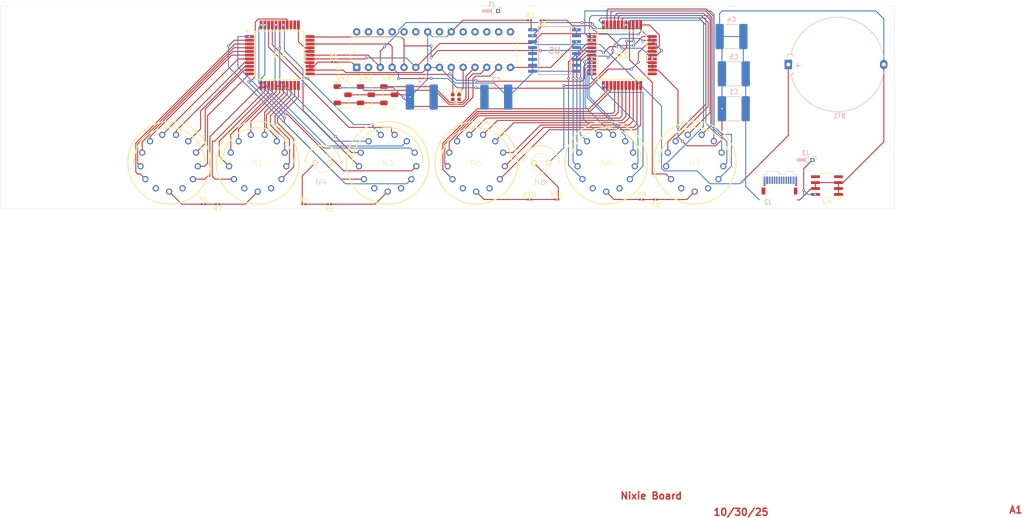
<source format=kicad_pcb>
(kicad_pcb (version 20241229) (generator "pcbnew") (generator_version "9.0")
  (layers (0 "F.Cu" signal) (2 "B.Cu" signal) (13 "F.Paste" user) (15 "B.Paste" user) (5 "F.SilkS" user "F.Silkscreen") (7 "B.SilkS" user "B.Silkscreen") (1 "F.Mask" user) (3 "B.Mask" user) (25 "Edge.Cuts" user))
  (net 0 "")
  (net 1 "Net-(U5-Vbat)")
  (net 2 "+5V")
  (net 3 "Net-(U1-XTAL1{slash}PB6)")
  (net 4 "Net-(U1-XTAL2{slash}PB7)")
  (net 5 "Net-(J1-Pin_1)")
  (net 7 "+12V")
  (net 9 "Net-(J2-VBUS-PadA9)")
  (net 10 "Net-(U2-HV8)")
  (net 11 "Net-(U2-HV9)")
  (net 12 "Net-(U2-HV4)")
  (net 13 "Net-(U2-HV5)")
  (net 15 "Net-(U2-HV1)")
  (net 16 "Net-(U2-HV2)")
  (net 18 "Net-(N1-PadA)")
  (net 19 "Net-(U2-HV6)")
  (net 20 "Net-(U2-HV10)")
  (net 21 "Net-(U2-HV3)")
  (net 22 "Net-(U2-HV7)")
  (net 23 "Net-(U2-HV17)")
  (net 24 "Net-(U2-HV13)")
  (net 25 "Net-(U2-HV15)")
  (net 26 "Net-(U2-HV18)")
  (net 27 "Net-(U2-HV20)")
  (net 29 "Net-(U2-HV16)")
  (net 30 "Net-(U2-HV12)")
  (net 31 "Net-(U2-HV14)")
  (net 32 "Net-(N2-PadA)")
  (net 34 "Net-(U2-HV19)")
  (net 35 "Net-(U2-HV11)")
  (net 37 "Net-(U2-HV28)")
  (net 38 "Net-(U2-HV30)")
  (net 39 "Net-(U2-HV24)")
  (net 40 "Net-(U2-HV22)")
  (net 41 "Net-(N3-PadA)")
  (net 42 "Net-(U2-HV23)")
  (net 43 "Net-(U2-HV26)")
  (net 44 "Net-(U2-HV29)")
  (net 46 "Net-(U2-HV21)")
  (net 47 "Net-(U2-HV25)")
  (net 48 "Net-(U2-HV27)")
  (net 49 "Net-(U2-HV31)")
  (net 50 "Net-(N4-PadA)")
  (net 51 "Net-(U3-HV8)")
  (net 52 "Net-(U3-HV6)")
  (net 54 "Net-(N5-PadA)")
  (net 55 "Net-(U3-HV2)")
  (net 56 "Net-(U3-HV9)")
  (net 57 "Net-(U3-HV5)")
  (net 58 "Net-(U3-HV7)")
  (net 59 "Net-(U3-HV4)")
  (net 61 "Net-(U3-HV3)")
  (net 62 "Net-(U3-HV1)")
  (net 63 "Net-(U3-HV10)")
  (net 65 "Net-(U3-HV13)")
  (net 66 "Net-(U3-HV11)")
  (net 67 "Net-(U3-HV17)")
  (net 68 "Net-(N6-PadA)")
  (net 69 "Net-(U3-HV20)")
  (net 70 "Net-(U3-HV14)")
  (net 71 "Net-(U3-HV19)")
  (net 73 "Net-(U3-HV18)")
  (net 74 "Net-(U3-HV15)")
  (net 75 "Net-(U3-HV16)")
  (net 76 "Net-(U3-HV12)")
  (net 77 "Net-(U3-HV21)")
  (net 78 "Net-(U3-HV26)")
  (net 79 "Net-(U3-HV29)")
  (net 80 "Net-(U3-HV27)")
  (net 81 "Net-(U3-HV22)")
  (net 82 "Net-(U3-HV28)")
  (net 84 "Net-(U3-HV30)")
  (net 85 "Net-(U3-HV24)")
  (net 86 "Net-(N7-PadA)")
  (net 87 "Net-(U3-HV23)")
  (net 88 "Net-(U3-HV25)")
  (net 90 "Net-(N8-PadA)")
  (net 91 "Net-(U3-HV31)")
  (net 92 "Net-(J1-Pin_5)")
  (net 93 "Net-(U1-PC4)")
  (net 94 "Net-(U1-PC5)")
  (net 95 "HT")
  (net 96 "Net-(U1-PD5)")
  (net 97 "Net-(U1-PD6)")
  (net 98 "Net-(U1-PD7)")
  (net 99 "Net-(J1-Pin_4)")
  (net 103 "Net-(U1-PD4)")
  (net 104 "Net-(U1-PB0)")
  (net 107 "Net-(J1-Pin_3)")
  (net 109 "Net-(U1-PD0)")
  (net 110 "Net-(U1-PD2)")
  (net 112 "Net-(U1-PD3)")
  (net 113 "Net-(U1-PD1)")
  (net 114 "Net-(U2-DATAOUT)")
  (footprint "nixies-us:nixies-us-IN-14" (layer "F.Cu") (at 203.10464 118.11)
    (property "Reference" "N7")
    (property "Value" "~")
  )
  (footprint "nixies-us:nixies-us-IN-14" (layer "F.Cu") (at 137.17106 118.11)
    (property "Reference" "N3")
    (property "Value" "~")
  )
  (footprint "Resistor_SMD:R_0201_0603Metric" (layer "F.Cu") (at 194.68 126 180)
    (property "Reference" "R8")
    (property "Value" "27K")
  )
  (footprint "nixies-us:nixies-us-IN-14" (layer "F.Cu") (at 109.26452 118.11)
    (property "Reference" "N1")
    (property "Value" "~")
  )
  (footprint "Resistor_SMD:R_0201_0603Metric" (layer "F.Cu") (at 173.5 126)
    (property "Reference" "R11")
    (property "Value" "100K")
  )
  (footprint "Resistor_SMD:R_0201_0603Metric" (layer "F.Cu") (at 191.68 126)
    (property "Reference" "R9")
    (property "Value" "27K")
  )
  (footprint "nixies-us:nixies-us-IN-14" (layer "F.Cu") (at 90.25008 118.11)
    (property "Reference" "N2")
    (property "Value" "~")
  )
  (footprint "Resistor_SMD:R_0201_0603Metric" (layer "F.Cu") (at 167.655 126)
    (property "Reference" "R10")
    (property "Value" "27K")
  )
  (footprint "russian-nixies:russian-nixies-IN-3" (layer "F.Cu") (at 123.21792 118.11)
    (property "Reference" "N4")
    (property "Value" "IN-3")
  )
  (footprint "Resistor_SMD:R_0201_0603Metric" (layer "F.Cu") (at 124.655 127 180)
    (property "Reference" "R5")
    (property "Value" "27K")
  )
  (footprint "HV5622PG-G:QFP80P1390X1390X235-44N" (layer "F.Cu") (at 114 95)
    (property "Reference" "U2")
    (property "Value" "HV5622" (hide yes))
  )
  (footprint "Package_DIP:DIP-28_W7.62mm" (layer "F.Cu") (at 130.52 97.62 90)
    (property "Reference" "U1")
    (property "Value" "ATmega328P-P")
  )
  (footprint "Resistor_SMD:R_0201_0603Metric" (layer "F.Cu") (at 119.155 127)
    (property "Reference" "R4")
    (property "Value" "100K")
  )
  (footprint "Button_Switch_SMD:Nidec_Copal_CAS-120A" (layer "F.Cu") (at 127.5 103.5)
    (property "Reference" "SW3")
    (property "Value" "SW_Push")
  )
  (footprint "nixies-us:nixies-us-IN-14" (layer "F.Cu") (at 184.08902 118.11)
    (property "Reference" "N6")
    (property "Value" "~")
  )
  (footprint "Resistor_SMD:R_0201_0603Metric" (layer "F.Cu") (at 100.655 127 180)
    (property "Reference" "R7")
    (property "Value" "27K")
  )
  (footprint "Resistor_SMD:R_0201_0603Metric" (layer "F.Cu") (at 125.60508 96.5)
    (property "Reference" "R1")
    (property "Value" "10K")
  )
  (footprint "HV5622PG-G:QFP80P1390X1390X235-44N" (layer "F.Cu") (at 187.5 95)
    (property "Reference" "U3")
    (property "Value" "HV5622" (hide yes))
  )
  (footprint "Resistor_SMD:R_0201_0603Metric" (layer "F.Cu") (at 167.655 87.5)
    (property "Reference" "R3")
    (property "Value" "7K")
  )
  (footprint "Button_Switch_SMD:Nidec_Copal_CAS-120A" (layer "F.Cu") (at 137.5 103.5)
    (property "Reference" "SW1")
    (property "Value" "SW_Push")
  )
  (footprint "nixies-us:nixies-us-IN-14" (layer "F.Cu") (at 156.18478 118.11)
    (property "Reference" "N5")
    (property "Value" "~")
  )
  (footprint "Button_Switch_SMD:Nidec_Copal_CAS-120A" (layer "F.Cu") (at 132.5 103.5)
    (property "Reference" "SW2")
    (property "Value" "SW_Push")
  )
  (footprint "Package_SO:SOIC-8_3.9x4.9mm_P1.27mm" (layer "F.Cu") (at 231.5 123 180)
    (property "Reference" "U4")
    (property "Value" "L78L05_SO8")
  )
  (footprint "Resistor_SMD:R_0201_0603Metric" (layer "F.Cu") (at 97.655 127)
    (property "Reference" "R6")
    (property "Value" "27K")
  )
  (footprint "russian-nixies:russian-nixies-IN-3" (layer "F.Cu") (at 170.1369 118.11)
    (property "Reference" "N8")
    (property "Value" "IN-3")
  )
  (footprint "nixiemisc:nixiemisc-CRYSTAL-SMD-2.0X1.6MM" (layer "F.Cu") (at 151.8269 103.99784 180)
    (property "Reference" "Y1")
    (property "Value" "Crystal")
  )
  (footprint "Resistor_SMD:R_0201_0603Metric" (layer "F.Cu") (at 170.345 87.5 180)
    (property "Reference" "R2")
    (property "Value" "7K")
  )
  (footprint "Capacitor_SMD:C_2220_5750Metric" (layer "B.Cu") (at 144.5 103.99784 180)
    (property "Reference" "C2")
    (property "Value" "22pF")
  )
  (footprint "DS3231SN#:SOIC127P1032X265-16N" (layer "B.Cu") (at 173 94 180)
    (property "Reference" "U5")
    (property "Value" "DS3231N" (hide yes))
  )
  (footprint "Capacitor_SMD:C_2220_5750Metric" (layer "B.Cu") (at 160.5 104 180)
    (property "Reference" "C3")
    (property "Value" "22pF")
  )
  (footprint "Capacitor_SMD:C_2220_5750Metric" (layer "B.Cu") (at 211 91 180)
    (property "Reference" "C4")
    (property "Value" "0.1uF")
  )
  (footprint "Battery:Battery_Panasonic_CR2032-HFN_Horizontal_CircularHoles" (layer "B.Cu") (at 223.205 97.000121)
    (property "Reference" "BT1")
    (property "Value" "Battery")
  )
  (footprint "Capacitor_SMD:C_2220_5750Metric" (layer "B.Cu") (at 211.5 99 180)
    (property "Reference" "C5")
    (property "Value" "0.1uF")
  )
  (footprint "Connector_USB:USB_C_Plug_JAE_DX07P024AJ1" (layer "B.Cu") (at 221.5 123)
    (property "Reference" "J2")
    (property "Value" "USB_C_Receptacle_PowerOnly_6P")
    (fp_line (start -4.3 0.2275) (end -3.9 0.2275) (stroke (width 0.1)) (layer "Edge.Cuts"))
    (fp_line (start -4.3 1.93) (end -4.3 0.2275) (stroke (width 0.1)) (layer "Edge.Cuts"))
    (fp_line (start -3.9 -1.9225) (end -3.9 0.2275) (stroke (width 0.1)) (layer "Edge.Cuts"))
    (fp_line (start -3.53 -2.3725) (end -3.9 -1.9225) (stroke (width 0.1)) (layer "Edge.Cuts"))
    (fp_line (start -3.125 -2.3725) (end -3.53 -2.3725) (stroke (width 0.1)) (layer "Edge.Cuts"))
    (fp_line (start -2.925 -2.8225) (end -2.925 -2.5725) (stroke (width 0.1)) (layer "Edge.Cuts"))
    (fp_line (start -0.5 -3.0225) (end -2.725 -3.0225) (stroke (width 0.1)) (layer "Edge.Cuts"))
    (fp_line (start -0.3 -2.6225) (end -0.3 -2.8225) (stroke (width 0.1)) (layer "Edge.Cuts"))
    (fp_line (start -0.1 -2.4225) (end 0.9 -2.4225) (stroke (width 0.1)) (layer "Edge.Cuts"))
    (fp_line (start 1.1 -2.8225) (end 1.1 -2.6225) (stroke (width 0.1)) (layer "Edge.Cuts"))
    (fp_line (start 1.3 -3.0225) (end 2.725 -3.0225) (stroke (width 0.1)) (layer "Edge.Cuts"))
    (fp_line (start 2.925 -2.8225) (end 2.925 -2.5725) (stroke (width 0.1)) (layer "Edge.Cuts"))
    (fp_line (start 3.125 -2.3725) (end 3.575 -2.3725) (stroke (width 0.1)) (layer "Edge.Cuts"))
    (fp_line (start 3.575 -2.3725) (end 3.9 -1.9225) (stroke (width 0.1)) (layer "Edge.Cuts"))
    (fp_line (start 3.9 -1.9225) (end 3.9 1.9175) (stroke (width 0.1)) (layer "Edge.Cuts"))
    (fp_arc (start -2.925 -2.8225) (mid -2.866421 -2.963921) (end -2.725 -3.0225) (stroke (width 0.1)) (layer "Edge.Cuts"))
    (fp_arc (start -2.925 -2.5725) (mid -2.983579 -2.431079) (end -3.125 -2.3725) (stroke (width 0.1)) (layer "Edge.Cuts"))
    (fp_arc (start -0.5 -3.0225) (mid -0.358579 -2.963921) (end -0.3 -2.8225) (stroke (width 0.1)) (layer "Edge.Cuts"))
    (fp_arc (start -0.1 -2.4225) (mid -0.241421 -2.481079) (end -0.3 -2.6225) (stroke (width 0.1)) (layer "Edge.Cuts"))
    (fp_arc (start 1.1 -2.8225) (mid 1.158579 -2.963921) (end 1.3 -3.0225) (stroke (width 0.1)) (layer "Edge.Cuts"))
    (fp_arc (start 1.1 -2.6225) (mid 1.041421 -2.481079) (end 0.9 -2.4225) (stroke (width 0.1)) (layer "Edge.Cuts"))
    (fp_arc (start 2.725 -3.0225) (mid 2.866421 -2.963921) (end 2.925 -2.8225) (stroke (width 0.1)) (layer "Edge.Cuts"))
    (fp_arc (start 3.125 -2.3725) (mid 2.983579 -2.431079) (end 2.925 -2.5725) (stroke (width 0.1)) (layer "Edge.Cuts"))
  )
  (footprint "Connector_PinHeader_1.00mm:PinHeader_1x01_P1.00mm_Horizontal" (layer "B.Cu") (at 228.375 117.5 180)
    (property "Reference" "J3")
    (property "Value" "Conn_01x03")
  )
  (footprint "Capacitor_SMD:C_2220_5750Metric" (layer "B.Cu") (at 211.5 106.5 180)
    (property "Reference" "C1")
    (property "Value" "0.1uF")
  )
  (footprint "Connector_PinHeader_1.00mm:PinHeader_1x01_P1.00mm_Horizontal" (layer "B.Cu") (at 160.875 85.5 180)
    (property "Reference" "J1")
    (property "Value" "Conn_02x03_Top_Bottom")
  )
  (gr_rect (start 53.95008 84.5) (end 245.95008 128) (stroke (width 0.05)) (fill no) (layer "Edge.Cuts"))
  (gr_text "A1" (at 270.5 193.5 0) (layer "F.Cu") (effects (font (size 1.5 1.5) (thickness 0.3) (bold yes)) (justify left bottom)))
  (gr_text "Nixie Board" (at 187 190.5 0) (layer "F.Cu") (effects (font (size 1.5 1.5) (thickness 0.3) (bold yes)) (justify left bottom)))
  (gr_text "10/30/25\n" (at 207 194 0) (layer "F.Cu") (effects (font (size 1.5 1.5) (thickness 0.3) (bold yes)) (justify left bottom)))
  (segment (start 126.35 105.25) (end 131.35 105.25) (width 0.2) (layer "F.Cu") (net 0))
  (segment (start 131.35 105.25) (end 136.35 105.25) (width 0.2) (layer "F.Cu") (net 0))
  (segment (start 213.45 122) (end 223.205 112.245) (width 0.2) (layer "F.Cu") (net 1))
  (segment (start 223.205 112.245) (end 223.205 97.000121) (width 0.2) (layer "F.Cu") (net 1))
  (via (at 213.45 122) (size 0.6) (drill 0.3) (layers "F.Cu" "B.Cu") (net 1))
  (segment (start 168.914 92.721) (end 182.815074 92.721) (width 0.2) (layer "B.Cu") (net 1))
  (segment (start 182.815074 92.721) (end 195.98628 105.892206) (width 0.2) (layer "B.Cu") (net 1))
  (segment (start 168.288 92.095) (end 168.914 92.721) (width 0.2) (layer "B.Cu") (net 1))
  (segment (start 206.371434 122.59946) (end 212.85054 122.59946) (width 0.2) (layer "B.Cu") (net 1))
  (segment (start 196.556894 119.82832) (end 203.600294 119.82832) (width 0.2) (layer "B.Cu") (net 1))
  (segment (start 195.98628 105.892206) (end 195.98628 119.257706) (width 0.2) (layer "B.Cu") (net 1))
  (segment (start 195.98628 119.257706) (end 196.556894 119.82832) (width 0.2) (layer "B.Cu") (net 1))
  (segment (start 212.85054 122.59946) (end 213.45 122) (width 0.2) (layer "B.Cu") (net 1))
  (segment (start 203.600294 119.82832) (end 206.371434 122.59946) (width 0.2) (layer "B.Cu") (net 1))
  (segment (start 229.025 123.635) (end 228.087442 123.635) (width 0.2) (layer "F.Cu") (net 2))
  (segment (start 120.5 93.4) (end 120.5 94.2) (width 0.2) (layer "F.Cu") (net 2))
  (segment (start 191.5 90) (end 191 90.5) (width 0.2) (layer "F.Cu") (net 2))
  (segment (start 191.5 88.5) (end 191.5 90) (width 0.2) (layer "F.Cu") (net 2))
  (segment (start 207.612766 114.45114) (end 208.95 113.113906) (width 0.2) (layer "F.Cu") (net 2))
  (segment (start 181.5 89.5) (end 180.6715 88.6715) (width 0.2) (layer "F.Cu") (net 2))
  (segment (start 119.249 96.401) (end 119.249 94.301) (width 0.2) (layer "F.Cu") (net 2))
  (segment (start 138.65 103.5) (end 141.45216 103.5) (width 0.2) (layer "F.Cu") (net 2))
  (segment (start 243.705 97.000121) (end 243.705 113.609999) (width 0.2) (layer "F.Cu") (net 2))
  (segment (start 195.15 93.4) (end 194 93.4) (width 0.2) (layer "F.Cu") (net 2))
  (segment (start 133.65 103.5) (end 128.65 103.5) (width 0.2) (layer "F.Cu") (net 2))
  (segment (start 119.35 94.2) (end 120.5 94.2) (width 0.2) (layer "F.Cu") (net 2))
  (segment (start 167.335 87.5) (end 153.34 87.5) (width 0.2) (layer "F.Cu") (net 2))
  (segment (start 243.705 113.609999) (end 234.949999 122.365) (width 0.2) (layer "F.Cu") (net 2))
  (segment (start 120.5 98.2) (end 120.5 97.4) (width 0.2) (layer "F.Cu") (net 2))
  (segment (start 195.2 98.2) (end 199.5 102.5) (width 0.2) (layer "F.Cu") (net 2))
  (segment (start 194 98.2) (end 195.2 98.2) (width 0.2) (layer "F.Cu") (net 2))
  (segment (start 208.95 113.113906) (end 208.95 106.5) (width 0.2) (layer "F.Cu") (net 2))
  (segment (start 118 88.5) (end 118 92.05) (width 0.2) (layer "F.Cu") (net 2))
  (segment (start 120.5 96.6) (end 119.448 96.6) (width 0.2) (layer "F.Cu") (net 2))
  (segment (start 225.643942 126.0785) (end 225.146058 126.0785) (width 0.2) (layer "F.Cu") (net 2))
  (segment (start 229.025 122.365) (end 229.025 123.635) (width 0.2) (layer "F.Cu") (net 2))
  (segment (start 118 92.05) (end 119.35 93.4) (width 0.2) (layer "F.Cu") (net 2))
  (segment (start 201.45114 114.45114) (end 207.612766 114.45114) (width 0.2) (layer "F.Cu") (net 2))
  (segment (start 200.5 113.5) (end 201.45114 114.45114) (width 0.2) (layer "F.Cu") (net 2))
  (segment (start 175.657 87.5) (end 176.8285 88.6715) (width 0.2) (layer "F.Cu") (net 2))
  (segment (start 191.5 88.5) (end 193.352 88.5) (width 0.2) (layer "F.Cu") (net 2))
  (segment (start 193.352 88.5) (end 195.5 90.648) (width 0.2) (layer "F.Cu") (net 2))
  (segment (start 195.5 90.648) (end 195.5 93.05) (width 0.2) (layer "F.Cu") (net 2))
  (segment (start 120.5 97.4) (end 120.5 96.6) (width 0.2) (layer "F.Cu") (net 2))
  (segment (start 233.975 123.635) (end 233.975 124.905) (width 0.2) (layer "F.Cu") (net 2))
  (segment (start 180.6715 88.6715) (end 176.8285 88.6715) (width 0.2) (layer "F.Cu") (net 2))
  (segment (start 128.14395 98.721) (end 144.659 98.721) (width 0.2) (layer "F.Cu") (net 2))
  (segment (start 194 96.6) (end 192.948 96.6) (width 0.2) (layer "F.Cu") (net 2))
  (segment (start 170.665 87.5) (end 175.657 87.5) (width 0.2) (layer "F.Cu") (net 2))
  (segment (start 192.749 96.401) (end 192.749 94.301) (width 0.2) (layer "F.Cu") (net 2))
  (segment (start 144.659 98.721) (end 145.76 97.62) (width 0.2) (layer "F.Cu") (net 2))
  (segment (start 192.948 96.6) (end 192.749 96.401) (width 0.2) (layer "F.Cu") (net 2))
  (segment (start 199.5 102.5) (end 199.5 110.5) (width 0.2) (layer "F.Cu") (net 2))
  (segment (start 133.65 103.5) (end 138.65 103.5) (width 0.2) (layer "F.Cu") (net 2))
  (segment (start 127.62295 98.2) (end 128.14395 98.721) (width 0.2) (layer "F.Cu") (net 2))
  (segment (start 194 98.2) (end 194 97.4) (width 0.2) (layer "F.Cu") (net 2))
  (segment (start 195.5 93.05) (end 195.15 93.4) (width 0.2) (layer "F.Cu") (net 2))
  (segment (start 119.249 94.301) (end 119.35 94.2) (width 0.2) (layer "F.Cu") (net 2))
  (segment (start 233.975 122.365) (end 233.975 123.635) (width 0.2) (layer "F.Cu") (net 2))
  (segment (start 194 96.6) (end 194 97.4) (width 0.2) (layer "F.Cu") (net 2))
  (segment (start 234.949999 122.365) (end 233.975 122.365) (width 0.2) (layer "F.Cu") (net 2))
  (segment (start 120.5 98.2) (end 127.62295 98.2) (width 0.2) (layer "F.Cu") (net 2))
  (segment (start 119.35 93.4) (end 120.5 93.4) (width 0.2) (layer "F.Cu") (net 2))
  (segment (start 141.45216 103.5) (end 141.95 103.99784) (width 0.2) (layer "F.Cu") (net 2))
  (segment (start 176.8285 88.6715) (end 177.712 89.555) (width 0.2) (layer "F.Cu") (net 2))
  (segment (start 228.087442 123.635) (end 225.643942 126.0785) (width 0.2) (layer "F.Cu") (net 2))
  (segment (start 153.34 87.5) (end 150.84 90) (width 0.2) (layer "F.Cu") (net 2))
  (segment (start 125.28508 96.5) (end 122.2 96.5) (width 0.2) (layer "F.Cu") (net 2))
  (segment (start 122.2 96.5) (end 120.5 98.2) (width 0.2) (layer "F.Cu") (net 2))
  (segment (start 192.85 94.2) (end 194 94.2) (width 0.2) (layer "F.Cu") (net 2))
  (segment (start 233.975 122.365) (end 229.025 122.365) (width 0.2) (layer "F.Cu") (net 2))
  (segment (start 192.749 94.301) (end 192.85 94.2) (width 0.2) (layer "F.Cu") (net 2))
  (segment (start 194 94.2) (end 194 93.4) (width 0.2) (layer "F.Cu") (net 2))
  (segment (start 119.448 96.6) (end 119.249 96.401) (width 0.2) (layer "F.Cu") (net 2))
  (via (at 181.5 89.5) (size 0.6) (drill 0.3) (layers "F.Cu" "B.Cu") (net 2))
  (via (at 200.5 113.5) (size 0.6) (drill 0.3) (layers "F.Cu" "B.Cu") (net 2))
  (via (at 199.5 110.5) (size 0.6) (drill 0.3) (layers "F.Cu" "B.Cu") (net 2))
  (via (at 141.95 103.99784) (size 0.6) (drill 0.3) (layers "F.Cu" "B.Cu") (net 2))
  (via (at 191 90.5) (size 0.6) (drill 0.3) (layers "F.Cu" "B.Cu") (net 2))
  (via (at 177.712 89.555) (size 0.6) (drill 0.3) (layers "F.Cu" "B.Cu") (net 2))
  (via (at 208.95 106.5) (size 0.6) (drill 0.3) (layers "F.Cu" "B.Cu") (net 2))
  (segment (start 213.55 91) (end 208.45 91) (width 0.2) (layer "B.Cu") (net 2))
  (segment (start 168.288 97.175) (end 168.288 98.445) (width 0.2) (layer "B.Cu") (net 2))
  (segment (start 191 90.5) (end 182.5 90.5) (width 0.2) (layer "B.Cu") (net 2))
  (segment (start 213.55 91) (end 213.55 98.5) (width 0.2) (layer "B.Cu") (net 2))
  (segment (start 208.45 86.05) (end 209 85.5) (width 0.2) (layer "B.Cu") (net 2))
  (segment (start 242 85.5) (end 243.705 87.205) (width 0.2) (layer "B.Cu") (net 2))
  (segment (start 199.5 110.5) (end 199.5 112.5) (width 0.2) (layer "B.Cu") (net 2))
  (segment (start 168.288 95.905) (end 168.288 97.175) (width 0.2) (layer "B.Cu") (net 2))
  (segment (start 177.712 94.635) (end 177.712 95.905) (width 0.2) (layer "B.Cu") (net 2))
  (segment (start 145.76 90) (end 145.76 97.62) (width 0.2) (layer "B.Cu") (net 2))
  (segment (start 146.861 91.101) (end 149.739 91.101) (width 0.2) (layer "B.Cu") (net 2))
  (segment (start 178.3495 93.365) (end 177.712 93.365) (width 0.2) (layer "B.Cu") (net 2))
  (segment (start 151.679 100.999) (end 160.049 100.999) (width 0.2) (layer "B.Cu") (net 2))
  (segment (start 141.95 103.99784) (end 145.76 100.18784) (width 0.2) (layer "B.Cu") (net 2))
  (segment (start 168.288 98.762) (end 163.05 104) (width 0.2) (layer "B.Cu") (net 2))
  (segment (start 182.5 90.5) (end 181.5 89.5) (width 0.2) (layer "B.Cu") (net 2))
  (segment (start 208.95 106.5) (end 208.95 99) (width 0.2) (layer "B.Cu") (net 2))
  (segment (start 168.288 94.635) (end 168.288 95.905) (width 0.2) (layer "B.Cu") (net 2))
  (segment (start 177.712 90.825) (end 178.3315 90.825) (width 0.2) (layer "B.Cu") (net 2))
  (segment (start 160.049 100.999) (end 163.05 104) (width 0.2) (layer "B.Cu") (net 2))
  (segment (start 213.55 98.5) (end 214.05 99) (width 0.2) (layer "B.Cu") (net 2))
  (segment (start 214.05 99) (end 214.05 106.5) (width 0.2) (layer "B.Cu") (net 2))
  (segment (start 168.288 93.365) (end 168.288 94.635) (width 0.2) (layer "B.Cu") (net 2))
  (segment (start 145.76 100.18784) (end 145.76 97.62) (width 0.2) (layer "B.Cu") (net 2))
  (segment (start 209 85.5) (end 242 85.5) (width 0.2) (layer "B.Cu") (net 2))
  (segment (start 199.5 112.5) (end 200.5 113.5) (width 0.2) (layer "B.Cu") (net 2))
  (segment (start 145.76 90) (end 146.861 91.101) (width 0.2) (layer "B.Cu") (net 2))
  (segment (start 148.3 97.62) (end 151.679 100.999) (width 0.2) (layer "B.Cu") (net 2))
  (segment (start 177.712 95.905) (end 177.712 97.175) (width 0.2) (layer "B.Cu") (net 2))
  (segment (start 149.739 91.101) (end 150.84 90) (width 0.2) (layer "B.Cu") (net 2))
  (segment (start 168.288 98.445) (end 177.712 98.445) (width 0.2) (layer "B.Cu") (net 2))
  (segment (start 243.705 87.205) (end 243.705 97.000121) (width 0.2) (layer "B.Cu") (net 2))
  (segment (start 145.76 97.62) (end 148.3 97.62) (width 0.2) (layer "B.Cu") (net 2))
  (segment (start 214.05 106.5) (end 214.05 123.169942) (width 0.2) (layer "B.Cu") (net 2))
  (segment (start 208.95 99) (end 208.95 91.5) (width 0.2) (layer "B.Cu") (net 2))
  (segment (start 214.05 123.169942) (end 216.946058 126.066) (width 0.2) (layer "B.Cu") (net 2))
  (segment (start 208.45 91) (end 208.45 86.05) (width 0.2) (layer "B.Cu") (net 2))
  (segment (start 177.712 97.175) (end 177.712 98.445) (width 0.2) (layer "B.Cu") (net 2))
  (segment (start 177.712 90.825) (end 177.712 89.555) (width 0.2) (layer "B.Cu") (net 2))
  (segment (start 208.95 91.5) (end 208.45 91) (width 0.2) (layer "B.Cu") (net 2))
  (segment (start 168.288 98.445) (end 168.288 98.762) (width 0.2) (layer "B.Cu") (net 2))
  (segment (start 151.1538 103.5) (end 151.1538 97.9338) (width 0.2) (layer "F.Cu") (net 3))
  (segment (start 151.1538 97.9338) (end 150.84 97.62) (width 0.2) (layer "F.Cu") (net 3))
  (segment (start 152.5 103) (end 153.38 102.12) (width 0.2) (layer "F.Cu") (net 4))
  (segment (start 153.38 102.12) (end 153.38 97.62) (width 0.2) (layer "F.Cu") (net 4))
  (segment (start 152.5 103.5) (end 152.5 103) (width 0.2) (layer "F.Cu") (net 4))
  (segment (start 228.375 117.5) (end 226.5 119.375) (width 0.2) (layer "F.Cu") (net 7))
  (segment (start 226.5 119.375) (end 226.5 124) (width 0.2) (layer "F.Cu") (net 7))
  (via (at 229.025 124.905) (size 0.6) (drill 0.3) (layers "F.Cu" "B.Cu") (net 7))
  (via (at 226.5 124) (size 0.6) (drill 0.3) (layers "F.Cu" "B.Cu") (net 7))
  (segment (start 226.5 125.222442) (end 226.5 124) (width 0.2) (layer "B.Cu") (net 7))
  (segment (start 227.405 124.905) (end 229.025 124.905) (width 0.2) (layer "B.Cu") (net 7))
  (segment (start 226.5 124) (end 227.405 124.905) (width 0.2) (layer "B.Cu") (net 7))
  (segment (start 225.643942 126.0785) (end 226.5 125.222442) (width 0.2) (layer "B.Cu") (net 7))
  (segment (start 112.4 103.1) (end 112.4 101.5) (width 0.2) (layer "F.Cu") (net 10))
  (segment (start 103.4784 112.0216) (end 112.4 103.1) (width 0.2) (layer "F.Cu") (net 10))
  (segment (start 103.4784 115.91544) (end 103.4784 112.0216) (width 0.2) (layer "F.Cu") (net 10))
  (segment (start 101 113.5) (end 111.6 102.9) (width 0.2) (layer "F.Cu") (net 11))
  (segment (start 103.12026 118.85422) (end 101 116.73396) (width 0.2) (layer "F.Cu") (net 11))
  (segment (start 101 116.73396) (end 101 113.5) (width 0.2) (layer "F.Cu") (net 11))
  (segment (start 111.6 102.9) (end 111.6 101.5) (width 0.2) (layer "F.Cu") (net 11))
  (segment (start 115.6 103.4) (end 115.6 101.5) (width 0.2) (layer "F.Cu") (net 12))
  (segment (start 113.36916 112.72282) (end 111.14634 110.5) (width 0.2) (layer "F.Cu") (net 12))
  (segment (start 113.36916 113.47704) (end 113.36916 112.72282) (width 0.2) (layer "F.Cu") (net 12))
  (segment (start 111.14634 110.5) (end 111.14634 107.85366) (width 0.2) (layer "F.Cu") (net 12))
  (segment (start 111.14634 107.85366) (end 115.6 103.4) (width 0.2) (layer "F.Cu") (net 12))
  (segment (start 110.74534 107.25466) (end 114.8 103.2) (width 0.2) (layer "F.Cu") (net 13))
  (segment (start 114.8 103.2) (end 114.8 101.5) (width 0.2) (layer "F.Cu") (net 13))
  (segment (start 110.74534 112.10036) (end 110.74534 107.25466) (width 0.2) (layer "F.Cu") (net 13))
  (segment (start 113.5 109.5) (end 117 113) (width 0.2) (layer "F.Cu") (net 15))
  (segment (start 118 101.5) (end 118 104) (width 0.2) (layer "F.Cu") (net 15))
  (segment (start 117 113) (end 117 118.98258) (width 0.2) (layer "F.Cu") (net 15))
  (segment (start 117 118.98258) (end 114.35722 121.62536) (width 0.2) (layer "F.Cu") (net 15))
  (segment (start 118 104) (end 113.5 108.5) (width 0.2) (layer "F.Cu") (net 15))
  (segment (start 113.5 108.5) (end 113.5 109.5) (width 0.2) (layer "F.Cu") (net 15))
  (segment (start 117.2 103.8) (end 117.2 101.5) (width 0.2) (layer "F.Cu") (net 16))
  (segment (start 116.08188 113.08188) (end 113 110) (width 0.2) (layer "F.Cu") (net 16))
  (segment (start 116.08188 118.18112) (end 116.08188 113.08188) (width 0.2) (layer "F.Cu") (net 16))
  (segment (start 113 108) (end 117.2 103.8) (width 0.2) (layer "F.Cu") (net 16))
  (segment (start 115.40878 118.85422) (end 116.08188 118.18112) (width 0.2) (layer "F.Cu") (net 16))
  (segment (start 113 110) (end 113 108) (width 0.2) (layer "F.Cu") (net 16))
  (segment (start 106.56196 127) (end 100.975 127) (width 0.2) (layer "F.Cu") (net 18))
  (segment (start 109.26452 124.29744) (end 106.56196 127) (width 0.2) (layer "F.Cu") (net 18))
  (segment (start 107.7837 109.2163) (end 114 103) (width 0.2) (layer "F.Cu") (net 19))
  (segment (start 114 103) (end 114 101.5) (width 0.2) (layer "F.Cu") (net 19))
  (segment (start 107.7837 112.10036) (end 107.7837 109.2163) (width 0.2) (layer "F.Cu") (net 19))
  (segment (start 99.5 113.5) (end 100 113.5) (width 0.2) (layer "F.Cu") (net 20))
  (segment (start 104.17182 121.62536) (end 100.12536 121.62536) (width 0.2) (layer "F.Cu") (net 20))
  (segment (start 99.5 121) (end 99.5 113.5) (width 0.2) (layer "F.Cu") (net 20))
  (segment (start 100 113.5) (end 110.8 102.7) (width 0.2) (layer "F.Cu") (net 20))
  (segment (start 110.8 102.7) (end 110.8 101.5) (width 0.2) (layer "F.Cu") (net 20))
  (segment (start 100.12536 121.62536) (end 99.5 121) (width 0.2) (layer "F.Cu") (net 20))
  (segment (start 115.05064 113.05064) (end 115.05064 115.91544) (width 0.2) (layer "F.Cu") (net 21))
  (segment (start 112 108) (end 112 110) (width 0.2) (layer "F.Cu") (net 21))
  (segment (start 112 110) (end 115.05064 113.05064) (width 0.2) (layer "F.Cu") (net 21))
  (segment (start 116.4 101.5) (end 116.4 103.6) (width 0.2) (layer "F.Cu") (net 21))
  (segment (start 116.4 103.6) (end 112 108) (width 0.2) (layer "F.Cu") (net 21))
  (segment (start 113.2 102.8671) (end 113.2 101.5) (width 0.2) (layer "F.Cu") (net 22))
  (segment (start 105.15988 110.90722) (end 113.2 102.8671) (width 0.2) (layer "F.Cu") (net 22))
  (segment (start 105.15988 113.47704) (end 105.15988 110.90722) (width 0.2) (layer "F.Cu") (net 22))
  (segment (start 86.14544 112.525133) (end 86.14544 113.47704) (width 0.2) (layer "F.Cu") (net 23))
  (segment (start 107.5 95) (end 103.670573 95) (width 0.2) (layer "F.Cu") (net 23))
  (segment (start 103.670573 95) (end 86.14544 112.525133) (width 0.2) (layer "F.Cu") (net 23))
  (segment (start 98 113.95164) (end 98 106.55) (width 0.2) (layer "F.Cu") (net 24))
  (segment (start 98 106.55) (end 106.35 98.2) (width 0.2) (layer "F.Cu") (net 24))
  (segment (start 106.35 98.2) (end 107.5 98.2) (width 0.2) (layer "F.Cu") (net 24))
  (segment (start 96.0362 115.91544) (end 98 113.95164) (width 0.2) (layer "F.Cu") (net 24))
  (segment (start 91.7309 111.2691) (end 106.4 96.6) (width 0.2) (layer "F.Cu") (net 25))
  (segment (start 91.7309 112.10036) (end 91.7309 111.2691) (width 0.2) (layer "F.Cu") (net 25))
  (segment (start 106.4 96.6) (end 107.5 96.6) (width 0.2) (layer "F.Cu") (net 25))
  (segment (start 103.903473 94.2) (end 84.46396 113.639513) (width 0.2) (layer "F.Cu") (net 26))
  (segment (start 107.5 94.2) (end 103.903473 94.2) (width 0.2) (layer "F.Cu") (net 26))
  (segment (start 84.46396 113.639513) (end 84.46396 115.91544) (width 0.2) (layer "F.Cu") (net 26))
  (segment (start 83.5 120.5) (end 84.03202 120.5) (width 0.2) (layer "F.Cu") (net 27))
  (segment (start 83.08886 113.880413) (end 83.08886 120.08886) (width 0.2) (layer "F.Cu") (net 27))
  (segment (start 107.5 92.6) (end 104.369273 92.6) (width 0.2) (layer "F.Cu") (net 27))
  (segment (start 104.369273 92.6) (end 83.08886 113.880413) (width 0.2) (layer "F.Cu") (net 27))
  (segment (start 84.03202 120.5) (end 85.15738 121.62536) (width 0.2) (layer "F.Cu") (net 27))
  (segment (start 83.08886 120.08886) (end 83.5 120.5) (width 0.2) (layer "F.Cu") (net 27))
  (segment (start 105.06962 95.8) (end 107.5 95.8) (width 0.2) (layer "F.Cu") (net 29))
  (segment (start 88.76926 112.10036) (end 105.06962 95.8) (width 0.2) (layer "F.Cu") (net 29))
  (segment (start 98.5 118.20844) (end 98.5 108) (width 0.2) (layer "F.Cu") (net 30))
  (segment (start 97.85422 118.85422) (end 98.5 118.20844) (width 0.2) (layer "F.Cu") (net 30))
  (segment (start 98.5 108) (end 107.5 99) (width 0.2) (layer "F.Cu") (net 30))
  (segment (start 96.39434 118.85422) (end 97.85422 118.85422) (width 0.2) (layer "F.Cu") (net 30))
  (segment (start 97 110.83176) (end 97 106.9829) (width 0.2) (layer "F.Cu") (net 31))
  (segment (start 94.35472 113.47704) (end 97 110.83176) (width 0.2) (layer "F.Cu") (net 31))
  (segment (start 106.5829 97.4) (end 107.5 97.4) (width 0.2) (layer "F.Cu") (net 31))
  (segment (start 97 106.9829) (end 106.5829 97.4) (width 0.2) (layer "F.Cu") (net 31))
  (segment (start 90.25008 124.29744) (end 92.95264 127) (width 0.2) (layer "F.Cu") (net 32))
  (segment (start 92.95264 127) (end 97.335 127) (width 0.2) (layer "F.Cu") (net 32))
  (segment (start 83.48986 118.23826) (end 83.48986 114.046513) (width 0.2) (layer "F.Cu") (net 34))
  (segment (start 84.10582 118.85422) (end 83.48986 118.23826) (width 0.2) (layer "F.Cu") (net 34))
  (segment (start 104.136373 93.4) (end 107.5 93.4) (width 0.2) (layer "F.Cu") (net 34))
  (segment (start 83.48986 114.046513) (end 104.136373 93.4) (width 0.2) (layer "F.Cu") (net 34))
  (segment (start 97.87464 121.62536) (end 95.34278 121.62536) (width 0.2) (layer "F.Cu") (net 35))
  (segment (start 110 101.5) (end 99 112.5) (width 0.2) (layer "F.Cu") (net 35))
  (segment (start 99 112.5) (end 99 121) (width 0.2) (layer "F.Cu") (net 35))
  (segment (start 99 121) (end 98.5 121) (width 0.2) (layer "F.Cu") (net 35))
  (segment (start 98.5 121) (end 97.87464 121.62536) (width 0.2) (layer "F.Cu") (net 35))
  (segment (start 129.41544 115.91544) (end 131.38494 115.91544) (width 0.2) (layer "F.Cu") (net 37))
  (segment (start 126 112.5) (end 129.41544 115.91544) (width 0.2) (layer "F.Cu") (net 37))
  (segment (start 114 88.5) (end 114 93.5) (width 0.2) (layer "F.Cu") (net 37))
  (via (at 126 112.5) (size 0.6) (drill 0.3) (layers "F.Cu" "B.Cu") (net 37))
  (via (at 114 93.5) (size 0.6) (drill 0.3) (layers "F.Cu" "B.Cu") (net 37))
  (segment (start 114 93.5) (end 114 100.5) (width 0.2) (layer "B.Cu") (net 37))
  (segment (start 114 100.5) (end 126 112.5) (width 0.2) (layer "B.Cu") (net 37))
  (segment (start 107.325735 100.674265) (end 107.677735 100.674265) (width 0.2) (layer "F.Cu") (net 38))
  (segment (start 109.399 87.249) (end 115.499 87.249) (width 0.2) (layer "F.Cu") (net 38))
  (segment (start 108.751 99.601) (end 108.751 87.897) (width 0.2) (layer "F.Cu") (net 38))
  (segment (start 108.751 87.897) (end 109.399 87.249) (width 0.2) (layer "F.Cu") (net 38))
  (segment (start 132.07836 121.62536) (end 127.112023 121.62536) (width 0.2) (layer "F.Cu") (net 38))
  (segment (start 107.677735 100.674265) (end 108.751 99.601) (width 0.2) (layer "F.Cu") (net 38))
  (segment (start 115.499 87.249) (end 115.6 87.35) (width 0.2) (layer "F.Cu") (net 38))
  (segment (start 127.112023 121.62536) (end 115 109.513337) (width 0.2) (layer "F.Cu") (net 38))
  (segment (start 115 109.513337) (end 115 108.5) (width 0.2) (layer "F.Cu") (net 38))
  (segment (start 115.6 87.35) (end 115.6 88.5) (width 0.2) (layer "F.Cu") (net 38))
  (via (at 115 108.5) (size 0.6) (drill 0.3) (layers "F.Cu" "B.Cu") (net 38))
  (via (at 107.325735 100.674265) (size 0.6) (drill 0.3) (layers "F.Cu" "B.Cu") (net 38))
  (segment (start 115 108.5) (end 107.325735 100.825735) (width 0.2) (layer "B.Cu") (net 38))
  (segment (start 107.325735 100.825735) (end 107.325735 100.674265) (width 0.2) (layer "B.Cu") (net 38))
  (via (at 110.8 88.5) (size 0.6) (drill 0.3) (layers "F.Cu" "B.Cu") (net 39))
  (segment (start 110.8 99.2) (end 110.8 88.5) (width 0.2) (layer "B.Cu") (net 39))
  (segment (start 124 114.5) (end 110 100.5) (width 0.2) (layer "B.Cu") (net 39))
  (segment (start 141.2757 113.47704) (end 140.25274 114.5) (width 0.2) (layer "B.Cu") (net 39))
  (segment (start 140.25274 114.5) (end 124 114.5) (width 0.2) (layer "B.Cu") (net 39))
  (segment (start 110 100) (end 110.8 99.2) (width 0.2) (layer "B.Cu") (net 39))
  (segment (start 110 100.5) (end 110 100) (width 0.2) (layer "B.Cu") (net 39))
  (segment (start 115.578442 107.674265) (end 115.174265 107.674265) (width 0.2) (layer "F.Cu") (net 40))
  (segment (start 143.31532 118.85422) (end 142.34122 119.82832) (width 0.2) (layer "F.Cu") (net 40))
  (segment (start 127.732497 119.82832) (end 115.578442 107.674265) (width 0.2) (layer "F.Cu") (net 40))
  (segment (start 142.34122 119.82832) (end 127.732497 119.82832) (width 0.2) (layer "F.Cu") (net 40))
  (via (at 107.5 91) (size 0.6) (drill 0.3) (layers "F.Cu" "B.Cu") (net 40))
  (via (at 115.174265 107.674265) (size 0.6) (drill 0.3) (layers "F.Cu" "B.Cu") (net 40))
  (segment (start 105 91) (end 107.5 91) (width 0.2) (layer "B.Cu") (net 40))
  (segment (start 105 97.5) (end 105 91) (width 0.2) (layer "B.Cu") (net 40))
  (segment (start 115.174265 107.674265) (end 105 97.5) (width 0.2) (layer "B.Cu") (net 40))
  (segment (start 124.975 127) (end 134.4685 127) (width 0.2) (layer "F.Cu") (net 41))
  (segment (start 134.4685 127) (end 137.17106 124.29744) (width 0.2) (layer "F.Cu") (net 41))
  (via (at 110 88.5) (size 0.6) (drill 0.3) (layers "F.Cu" "B.Cu") (net 42))
  (segment (start 109.5 89) (end 110 88.5) (width 0.2) (layer "B.Cu") (net 42))
  (segment (start 109.5 101) (end 109.5 89) (width 0.2) (layer "B.Cu") (net 42))
  (segment (start 142.95718 115.91544) (end 141.98308 114.94134) (width 0.2) (layer "B.Cu") (net 42))
  (segment (start 141.98308 114.94134) (end 123.44134 114.94134) (width 0.2) (layer "B.Cu") (net 42))
  (segment (start 123.44134 114.94134) (end 109.5 101) (width 0.2) (layer "B.Cu") (net 42))
  (segment (start 112.4 92.752) (end 119.648 100) (width 0.2) (layer "F.Cu") (net 43))
  (segment (start 119.648 100) (end 120 100) (width 0.2) (layer "F.Cu") (net 43))
  (segment (start 112.4 88.5) (end 112.4 92.752) (width 0.2) (layer "F.Cu") (net 43))
  (via (at 134 109.9) (size 0.6) (drill 0.3) (layers "F.Cu" "B.Cu") (net 43))
  (via (at 120 100) (size 0.6) (drill 0.3) (layers "F.Cu" "B.Cu") (net 43))
  (segment (start 134 110.41012) (end 135.69024 112.10036) (width 0.2) (layer "B.Cu") (net 43))
  (segment (start 134 109.9) (end 129.9 109.9) (width 0.2) (layer "B.Cu") (net 43))
  (segment (start 134 109.9) (end 134 110.41012) (width 0.2) (layer "B.Cu") (net 43))
  (segment (start 129.9 109.9) (end 120 100) (width 0.2) (layer "B.Cu") (net 43))
  (segment (start 119 106.82742) (end 119 101.5) (width 0.2) (layer "F.Cu") (net 44))
  (segment (start 131.0268 118.85422) (end 119 106.82742) (width 0.2) (layer "F.Cu") (net 44))
  (via (at 114.8 88.5) (size 0.6) (drill 0.3) (layers "F.Cu" "B.Cu") (net 44))
  (via (at 119 101.5) (size 0.6) (drill 0.3) (layers "F.Cu" "B.Cu") (net 44))
  (segment (start 119 98) (end 115 94) (width 0.2) (layer "B.Cu") (net 44))
  (segment (start 115 94) (end 115 88.7) (width 0.2) (layer "B.Cu") (net 44))
  (segment (start 119 101.5) (end 119 98) (width 0.2) (layer "B.Cu") (net 44))
  (segment (start 115 88.7) (end 114.8 88.5) (width 0.2) (layer "B.Cu") (net 44))
  (segment (start 104.2 91.8) (end 103 93) (width 0.2) (layer "F.Cu") (net 46))
  (segment (start 107.5 91.8) (end 104.2 91.8) (width 0.2) (layer "F.Cu") (net 46))
  (via (at 103 93) (size 0.6) (drill 0.3) (layers "F.Cu" "B.Cu") (net 46))
  (segment (start 141.27444 122.61468) (end 142.26376 121.62536) (width 0.2) (layer "B.Cu") (net 46))
  (segment (start 103 97.513337) (end 128.101343 122.61468) (width 0.2) (layer "B.Cu") (net 46))
  (segment (start 103 93) (end 103 97.513337) (width 0.2) (layer "B.Cu") (net 46))
  (segment (start 128.101343 122.61468) (end 141.27444 122.61468) (width 0.2) (layer "B.Cu") (net 46))
  (segment (start 111.6 93.248) (end 128.852 110.5) (width 0.2) (layer "F.Cu") (net 47))
  (segment (start 128.852 110.5) (end 138 110.5) (width 0.2) (layer "F.Cu") (net 47))
  (segment (start 111.6 88.5) (end 111.6 93.248) (width 0.2) (layer "F.Cu") (net 47))
  (segment (start 138 111.44848) (end 138.65188 112.10036) (width 0.2) (layer "F.Cu") (net 47))
  (segment (start 138 110.5) (end 138 111.44848) (width 0.2) (layer "F.Cu") (net 47))
  (via (at 113.2 88.5) (size 0.6) (drill 0.3) (layers "F.Cu" "B.Cu") (net 48))
  (segment (start 133.06642 113.47704) (end 125.47704 113.47704) (width 0.2) (layer "B.Cu") (net 48))
  (segment (start 113 88.7) (end 113.2 88.5) (width 0.2) (layer "B.Cu") (net 48))
  (segment (start 125.47704 113.47704) (end 113 101) (width 0.2) (layer "B.Cu") (net 48))
  (segment (start 113 101) (end 113 88.7) (width 0.2) (layer "B.Cu") (net 48))
  (segment (start 121.63042 118.11) (end 118.835 120.90542) (width 0.2) (layer "F.Cu") (net 50))
  (segment (start 118.835 120.90542) (end 118.835 127) (width 0.2) (layer "F.Cu") (net 50))
  (segment (start 185.5 107.5) (end 156.538173 107.5) (width 0.2) (layer "F.Cu") (net 51))
  (segment (start 185.9 101.5) (end 185.9 107.1) (width 0.2) (layer "F.Cu") (net 51))
  (segment (start 156.538173 107.5) (end 150.39866 113.639513) (width 0.2) (layer "F.Cu") (net 51))
  (segment (start 185.9 107.1) (end 185.5 107.5) (width 0.2) (layer "F.Cu") (net 51))
  (segment (start 150.39866 113.639513) (end 150.39866 115.91544) (width 0.2) (layer "F.Cu") (net 51))
  (segment (start 187 108.5) (end 158.30432 108.5) (width 0.2) (layer "F.Cu") (net 52))
  (segment (start 187.5 101.5) (end 187.5 108) (width 0.2) (layer "F.Cu") (net 52))
  (segment (start 158.30432 108.5) (end 154.70396 112.10036) (width 0.2) (layer "F.Cu") (net 52))
  (segment (start 187.5 108) (end 187 108.5) (width 0.2) (layer "F.Cu") (net 52))
  (segment (start 157.88734 126) (end 156.18478 124.29744) (width 0.2) (layer "F.Cu") (net 54))
  (segment (start 167.335 126) (end 157.88734 126) (width 0.2) (layer "F.Cu") (net 54))
  (segment (start 190.7 101.5) (end 190.7 109.8) (width 0.2) (layer "F.Cu") (net 55))
  (segment (start 190 110.5) (end 170.68326 110.5) (width 0.2) (layer "F.Cu") (net 55))
  (segment (start 190.7 109.8) (end 190 110.5) (width 0.2) (layer "F.Cu") (net 55))
  (segment (start 170.68326 110.5) (end 162.32904 118.85422) (width 0.2) (layer "F.Cu") (net 55))
  (segment (start 185.1 101.5) (end 185.1 102.65) (width 0.2) (layer "F.Cu") (net 56))
  (segment (start 156.372073 107.099) (end 149.42456 114.046513) (width 0.2) (layer "F.Cu") (net 56))
  (segment (start 180.651 107.099) (end 156.372073 107.099) (width 0.2) (layer "F.Cu") (net 56))
  (segment (start 149.42456 118.23826) (end 150.04052 118.85422) (width 0.2) (layer "F.Cu") (net 56))
  (segment (start 149.42456 114.046513) (end 149.42456 118.23826) (width 0.2) (layer "F.Cu") (net 56))
  (segment (start 185.1 102.65) (end 180.651 107.099) (width 0.2) (layer "F.Cu") (net 56))
  (segment (start 188.3 108.2) (end 188.3 101.5) (width 0.2) (layer "F.Cu") (net 57))
  (segment (start 187.5 109) (end 188.3 108.2) (width 0.2) (layer "F.Cu") (net 57))
  (segment (start 157.6656 112.10036) (end 160.76596 109) (width 0.2) (layer "F.Cu") (net 57))
  (segment (start 160.76596 109) (end 187.5 109) (width 0.2) (layer "F.Cu") (net 57))
  (segment (start 186 108) (end 186.7 107.3) (width 0.2) (layer "F.Cu") (net 58))
  (segment (start 152.08014 112.525133) (end 156.605273 108) (width 0.2) (layer "F.Cu") (net 58))
  (segment (start 186.7 107.3) (end 186.7 101.5) (width 0.2) (layer "F.Cu") (net 58))
  (segment (start 152.08014 113.47704) (end 152.08014 112.525133) (width 0.2) (layer "F.Cu") (net 58))
  (segment (start 156.605273 108) (end 186 108) (width 0.2) (layer "F.Cu") (net 58))
  (segment (start 189.1 101.5) (end 189.1 108.4) (width 0.2) (layer "F.Cu") (net 59))
  (segment (start 189.1 108.4) (end 188 109.5) (width 0.2) (layer "F.Cu") (net 59))
  (segment (start 188 109.5) (end 164.26646 109.5) (width 0.2) (layer "F.Cu") (net 59))
  (segment (start 164.26646 109.5) (end 160.28942 113.47704) (width 0.2) (layer "F.Cu") (net 59))
  (segment (start 190 109) (end 189.9 108.9) (width 0.2) (layer "F.Cu") (net 61))
  (segment (start 164.08456 115.91544) (end 170 110) (width 0.2) (layer "F.Cu") (net 61))
  (segment (start 189 110) (end 190 109) (width 0.2) (layer "F.Cu") (net 61))
  (segment (start 161.9709 115.91544) (end 164.08456 115.91544) (width 0.2) (layer "F.Cu") (net 61))
  (segment (start 170 110) (end 189 110) (width 0.2) (layer "F.Cu") (net 61))
  (segment (start 189.9 108.9) (end 189.9 101.5) (width 0.2) (layer "F.Cu") (net 61))
  (segment (start 191.5 110) (end 191.5 101.5) (width 0.2) (layer "F.Cu") (net 62))
  (segment (start 161.27748 121.62536) (end 171.90284 111) (width 0.2) (layer "F.Cu") (net 62))
  (segment (start 171.90284 111) (end 190.5 111) (width 0.2) (layer "F.Cu") (net 62))
  (segment (start 190.5 111) (end 191.5 110) (width 0.2) (layer "F.Cu") (net 62))
  (segment (start 156.403973 106.5) (end 180.45 106.5) (width 0.2) (layer "F.Cu") (net 63))
  (segment (start 151.09208 121.62536) (end 149.02356 119.55684) (width 0.2) (layer "F.Cu") (net 63))
  (segment (start 149.02356 119.55684) (end 149.02356 113.880413) (width 0.2) (layer "F.Cu") (net 63))
  (segment (start 149.02356 113.880413) (end 156.403973 106.5) (width 0.2) (layer "F.Cu") (net 63))
  (segment (start 180.45 106.5) (end 184.3 102.65) (width 0.2) (layer "F.Cu") (net 63))
  (segment (start 184.3 102.65) (end 184.3 101.5) (width 0.2) (layer "F.Cu") (net 63))
  (via (at 181 98.2) (size 0.6) (drill 0.3) (layers "F.Cu" "B.Cu") (net 65))
  (segment (start 180.399 103.899) (end 180.399 98.601) (width 0.2) (layer "B.Cu") (net 65))
  (segment (start 180.399 98.601) (end 180.8 98.2) (width 0.2) (layer "B.Cu") (net 65))
  (segment (start 180.8 98.2) (end 181 98.2) (width 0.2) (layer "B.Cu") (net 65))
  (segment (start 189.87514 115.91544) (end 189.87514 113.37514) (width 0.2) (layer "B.Cu") (net 65))
  (segment (start 189.87514 113.37514) (end 180.399 103.899) (width 0.2) (layer "B.Cu") (net 65))
  (via (at 183.5 101.5) (size 0.6) (drill 0.3) (layers "F.Cu" "B.Cu") (net 66))
  (segment (start 189.18172 121.62536) (end 192 118.80708) (width 0.2) (layer "B.Cu") (net 66))
  (segment (start 192 118.80708) (end 192 103) (width 0.2) (layer "B.Cu") (net 66))
  (segment (start 192 103) (end 185 103) (width 0.2) (layer "B.Cu") (net 66))
  (segment (start 185 103) (end 183.5 101.5) (width 0.2) (layer "B.Cu") (net 66))
  (segment (start 178.596 96.352) (end 179.948 95) (width 0.2) (layer "F.Cu") (net 67))
  (segment (start 179.948 95) (end 181 95) (width 0.2) (layer "F.Cu") (net 67))
  (segment (start 178.596 100) (end 178.596 96.352) (width 0.2) (layer "F.Cu") (net 67))
  (via (at 178.596 100) (size 0.6) (drill 0.3) (layers "F.Cu" "B.Cu") (net 67))
  (segment (start 178.5 100.096) (end 178.596 100) (width 0.2) (layer "B.Cu") (net 67))
  (segment (start 178.5 111.99266) (end 178.5 100.096) (width 0.2) (layer "B.Cu") (net 67))
  (segment (start 179.98438 113.47704) (end 178.5 111.99266) (width 0.2) (layer "B.Cu") (net 67))
  (segment (start 184.08902 124.29744) (end 185.79158 126) (width 0.2) (layer "F.Cu") (net 68))
  (segment (start 185.79158 126) (end 191.36 126) (width 0.2) (layer "F.Cu") (net 68))
  (segment (start 176 100) (end 176 96.45) (width 0.2) (layer "F.Cu") (net 69))
  (segment (start 176 96.45) (end 179.85 92.6) (width 0.2) (layer "F.Cu") (net 69))
  (segment (start 179.85 92.6) (end 181 92.6) (width 0.2) (layer "F.Cu") (net 69))
  (via (at 176 100) (size 0.6) (drill 0.3) (layers "F.Cu" "B.Cu") (net 69))
  (segment (start 178.99632 121.62536) (end 176 118.62904) (width 0.2) (layer "B.Cu") (net 69))
  (segment (start 176 118.62904) (end 176 100) (width 0.2) (layer "B.Cu") (net 69))
  (via (at 181 97.4) (size 0.6) (drill 0.3) (layers "F.Cu" "B.Cu") (net 70))
  (segment (start 179.998 104.0651) (end 179.998 98.352057) (width 0.2) (layer "B.Cu") (net 70))
  (segment (start 180.950057 97.4) (end 181 97.4) (width 0.2) (layer "B.Cu") (net 70))
  (segment (start 188.19366 112.26076) (end 179.998 104.0651) (width 0.2) (layer "B.Cu") (net 70))
  (segment (start 188.19366 113.47704) (end 188.19366 112.26076) (width 0.2) (layer "B.Cu") (net 70))
  (segment (start 179.998 98.352057) (end 180.950057 97.4) (width 0.2) (layer "B.Cu") (net 70))
  (segment (start 176.995994 96.254006) (end 179.85 93.4) (width 0.2) (layer "F.Cu") (net 71))
  (segment (start 176.995994 100) (end 176.995994 96.254006) (width 0.2) (layer "F.Cu") (net 71))
  (segment (start 179.85 93.4) (end 181 93.4) (width 0.2) (layer "F.Cu") (net 71))
  (via (at 176.995994 100) (size 0.6) (drill 0.3) (layers "F.Cu" "B.Cu") (net 71))
  (segment (start 176.995994 117.905454) (end 176.995994 100) (width 0.2) (layer "B.Cu") (net 71))
  (segment (start 177.94476 118.85422) (end 176.995994 117.905454) (width 0.2) (layer "B.Cu") (net 71))
  (segment (start 179.85 94.2) (end 181 94.2) (width 0.2) (layer "F.Cu") (net 73))
  (segment (start 177.795997 100) (end 177.795997 96.254003) (width 0.2) (layer "F.Cu") (net 73))
  (segment (start 177.795997 96.254003) (end 179.85 94.2) (width 0.2) (layer "F.Cu") (net 73))
  (via (at 177.795997 100) (size 0.6) (drill 0.3) (layers "F.Cu" "B.Cu") (net 73))
  (segment (start 177.795997 115.408537) (end 177.795997 100) (width 0.2) (layer "B.Cu") (net 73))
  (segment (start 178.3029 115.91544) (end 177.795997 115.408537) (width 0.2) (layer "B.Cu") (net 73))
  (via (at 181 96.6) (size 0.6) (drill 0.3) (layers "F.Cu" "B.Cu") (net 74))
  (segment (start 179.597 97.953057) (end 180.950057 96.6) (width 0.2) (layer "B.Cu") (net 74))
  (segment (start 180.950057 96.6) (end 181 96.6) (width 0.2) (layer "B.Cu") (net 74))
  (segment (start 185.56984 112.10036) (end 179.597 106.12752) (width 0.2) (layer "B.Cu") (net 74))
  (segment (start 179.597 106.12752) (end 179.597 97.953057) (width 0.2) (layer "B.Cu") (net 74))
  (via (at 181 95.8) (size 0.6) (drill 0.3) (layers "F.Cu" "B.Cu") (net 75))
  (segment (start 180.950057 95.8) (end 181 95.8) (width 0.2) (layer "B.Cu") (net 75))
  (segment (start 179.196 97.554057) (end 180.950057 95.8) (width 0.2) (layer "B.Cu") (net 75))
  (segment (start 179.196 108.68816) (end 179.196 97.554057) (width 0.2) (layer "B.Cu") (net 75))
  (segment (start 182.6082 112.10036) (end 179.196 108.68816) (width 0.2) (layer "B.Cu") (net 75))
  (via (at 181 99) (size 0.6) (drill 0.3) (layers "F.Cu" "B.Cu") (net 76))
  (segment (start 190.23328 118.85422) (end 190.90638 118.18112) (width 0.2) (layer "B.Cu") (net 76))
  (segment (start 190.90638 118.18112) (end 190.90638 109.90638) (width 0.2) (layer "B.Cu") (net 76))
  (segment (start 190.90638 109.90638) (end 181 100) (width 0.2) (layer "B.Cu") (net 76))
  (segment (start 181 100) (end 181 99) (width 0.2) (layer "B.Cu") (net 76))
  (via (at 181 91.8) (size 0.6) (drill 0.3) (layers "F.Cu" "B.Cu") (net 77))
  (segment (start 179.5 85.5) (end 179.5 90.3) (width 0.2) (layer "B.Cu") (net 77))
  (segment (start 207.249 110.249) (end 209 112) (width 0.2) (layer "B.Cu") (net 77))
  (segment (start 211 118.8227) (end 208.19734 121.62536) (width 0.2) (layer "B.Cu") (net 77))
  (segment (start 206.601 85.5) (end 206.5 85.5) (width 0.2) (layer "B.Cu") (net 77))
  (segment (start 211 112) (end 211 118.8227) (width 0.2) (layer "B.Cu") (net 77))
  (segment (start 179.5 90.3) (end 181 91.8) (width 0.2) (layer "B.Cu") (net 77))
  (segment (start 206.5 85.5) (end 179.5 85.5) (width 0.2) (layer "B.Cu") (net 77))
  (segment (start 206.5 85.5) (end 207.249 86.249) (width 0.2) (layer "B.Cu") (net 77))
  (segment (start 207.249 86.249) (end 207.249 110.249) (width 0.2) (layer "B.Cu") (net 77))
  (segment (start 209 112) (end 211 112) (width 0.2) (layer "B.Cu") (net 77))
  (segment (start 206.40728 87.40728) (end 206.40728 107.3169) (width 0.2) (layer "F.Cu") (net 78))
  (segment (start 185.9 88.5) (end 185.9 86.6) (width 0.2) (layer "F.Cu") (net 78))
  (segment (start 186.5 86) (end 205 86) (width 0.2) (layer "F.Cu") (net 78))
  (segment (start 185.9 86.6) (end 186.5 86) (width 0.2) (layer "F.Cu") (net 78))
  (segment (start 205 86) (end 206.40728 87.40728) (width 0.2) (layer "F.Cu") (net 78))
  (segment (start 206.40728 107.3169) (end 201.62382 112.10036) (width 0.2) (layer "F.Cu") (net 78))
  (via (at 188.3 88.5) (size 0.6) (drill 0.3) (layers "F.Cu" "B.Cu") (net 79))
  (segment (start 189.3 87.5) (end 188.3 88.5) (width 0.2) (layer "B.Cu") (net 79))
  (segment (start 196.96038 118.85422) (end 196.96038 118.347854) (width 0.2) (layer "B.Cu") (net 79))
  (segment (start 205 110.308234) (end 205 88) (width 0.2) (layer "B.Cu") (net 79))
  (segment (start 204.5 87.5) (end 189.3 87.5) (width 0.2) (layer "B.Cu") (net 79))
  (segment (start 196.96038 118.347854) (end 205 110.308234) (width 0.2) (layer "B.Cu") (net 79))
  (segment (start 205 88) (end 204.5 87.5) (width 0.2) (layer "B.Cu") (net 79))
  (segment (start 199 113.47704) (end 199 113) (width 0.2) (layer "F.Cu") (net 80))
  (segment (start 187 86.5) (end 186.7 86.8) (width 0.2) (layer "F.Cu") (net 80))
  (segment (start 186.7 86.8) (end 186.7 88.5) (width 0.2) (layer "F.Cu") (net 80))
  (segment (start 204.5 86.5) (end 187 86.5) (width 0.2) (layer "F.Cu") (net 80))
  (segment (start 206 88) (end 204.5 86.5) (width 0.2) (layer "F.Cu") (net 80))
  (segment (start 199 113) (end 206 106) (width 0.2) (layer "F.Cu") (net 80))
  (segment (start 206 106) (end 206 88) (width 0.2) (layer "F.Cu") (net 80))
  (via (at 181.024265 90.975735) (size 0.6) (drill 0.3) (layers "F.Cu" "B.Cu") (net 81))
  (segment (start 181 86.5) (end 180.5 87) (width 0.2) (layer "B.Cu") (net 81))
  (segment (start 180.5 87) (end 180.5 90.45147) (width 0.2) (layer "B.Cu") (net 81))
  (segment (start 206 86.5) (end 181 86.5) (width 0.2) (layer "B.Cu") (net 81))
  (segment (start 206.5 110.0671) (end 206.5 87) (width 0.2) (layer "B.Cu") (net 81))
  (segment (start 210 118.10312) (end 210 113.5) (width 0.2) (layer "B.Cu") (net 81))
  (segment (start 180.5 90.45147) (end 181.024265 90.975735) (width 0.2) (layer "B.Cu") (net 81))
  (segment (start 209.2489 118.85422) (end 210 118.10312) (width 0.2) (layer "B.Cu") (net 81))
  (segment (start 210 113.5) (end 209.9329 113.5) (width 0.2) (layer "B.Cu") (net 81))
  (segment (start 206.5 87) (end 206 86.5) (width 0.2) (layer "B.Cu") (net 81))
  (segment (start 209.9329 113.5) (end 206.5 110.0671) (width 0.2) (layer "B.Cu") (net 81))
  (segment (start 205.5 88.5) (end 205.5 105.5) (width 0.2) (layer "F.Cu") (net 82))
  (segment (start 197.31852 113.68148) (end 197.31852 115.91544) (width 0.2) (layer "F.Cu") (net 82))
  (segment (start 205.5 105.5) (end 197.31852 113.68148) (width 0.2) (layer "F.Cu") (net 82))
  (segment (start 187.5 88.5) (end 187.5 87.35) (width 0.2) (layer "F.Cu") (net 82))
  (segment (start 187.5 87.35) (end 187.85 87) (width 0.2) (layer "F.Cu") (net 82))
  (segment (start 187.85 87) (end 204 87) (width 0.2) (layer "F.Cu") (net 82))
  (segment (start 204 87) (end 205.5 88.5) (width 0.2) (layer "F.Cu") (net 82))
  (segment (start 194 100.852) (end 194 120.5) (width 0.2) (layer "F.Cu") (net 84))
  (segment (start 196.88658 120.5) (end 198.01194 121.62536) (width 0.2) (layer "F.Cu") (net 84))
  (segment (start 194 120.5) (end 196.88658 120.5) (width 0.2) (layer "F.Cu") (net 84))
  (segment (start 189.1 95.952) (end 194 100.852) (width 0.2) (layer "F.Cu") (net 84))
  (segment (start 189.1 88.5) (end 189.1 95.952) (width 0.2) (layer "F.Cu") (net 84))
  (segment (start 205.601 85.101) (end 207.20928 86.70928) (width 0.2) (layer "F.Cu") (net 85))
  (segment (start 184.5 85.101) (end 205.601 85.101) (width 0.2) (layer "F.Cu") (net 85))
  (segment (start 207.20928 86.70928) (end 207.20928 113.47704) (width 0.2) (layer "F.Cu") (net 85))
  (segment (start 184.3 85.301) (end 184.5 85.101) (width 0.2) (layer "F.Cu") (net 85))
  (segment (start 184.3 88.5) (end 184.3 85.301) (width 0.2) (layer "F.Cu") (net 85))
  (segment (start 195 126) (end 201.40208 126) (width 0.2) (layer "F.Cu") (net 86))
  (segment (start 201.40208 126) (end 203.10464 124.29744) (width 0.2) (layer "F.Cu") (net 86))
  (via (at 183.5 88.5) (size 0.6) (drill 0.3) (layers "F.Cu" "B.Cu") (net 87))
  (segment (start 183 87) (end 182.5 87.5) (width 0.2) (layer "B.Cu") (net 87))
  (segment (start 208.89076 113.02496) (end 205.5 109.6342) (width 0.2) (layer "B.Cu") (net 87))
  (segment (start 205.5 87) (end 183 87) (width 0.2) (layer "B.Cu") (net 87))
  (segment (start 205.5 109.6342) (end 205.5 87) (width 0.2) (layer "B.Cu") (net 87))
  (segment (start 208.89076 115.91544) (end 208.89076 113.02496) (width 0.2) (layer "B.Cu") (net 87))
  (segment (start 182.5 87.5) (end 183.5 88.5) (width 0.2) (layer "B.Cu") (net 87))
  (segment (start 206.80828 109.87754) (end 206.80828 86.87538) (width 0.2) (layer "F.Cu") (net 88))
  (segment (start 185.1 85.902) (end 185.1 88.5) (width 0.2) (layer "F.Cu") (net 88))
  (segment (start 204.58546 112.10036) (end 206.80828 109.87754) (width 0.2) (layer "F.Cu") (net 88))
  (segment (start 205.4349 85.502) (end 185.5 85.502) (width 0.2) (layer "F.Cu") (net 88))
  (segment (start 185.5 85.502) (end 185.1 85.902) (width 0.2) (layer "F.Cu") (net 88))
  (segment (start 206.80828 86.87538) (end 205.4349 85.502) (width 0.2) (layer "F.Cu") (net 88))
  (segment (start 173.82 123.3806) (end 168.5494 118.11) (width 0.2) (layer "F.Cu") (net 90))
  (segment (start 173.82 126) (end 173.82 123.3806) (width 0.2) (layer "F.Cu") (net 90))
  (segment (start 175 101.5) (end 180.352 101.5) (width 0.2) (layer "F.Cu") (net 91))
  (segment (start 180.352 101.5) (end 188.5 93.352) (width 0.2) (layer "F.Cu") (net 91))
  (segment (start 189.9 91.9) (end 189.9 88.5) (width 0.2) (layer "F.Cu") (net 91))
  (segment (start 190 92) (end 189.9 91.9) (width 0.2) (layer "F.Cu") (net 91))
  (segment (start 188.5 93.352) (end 188.5 92) (width 0.2) (layer "F.Cu") (net 91))
  (via (at 188.5 92) (size 0.6) (drill 0.3) (layers "F.Cu" "B.Cu") (net 91))
  (via (at 190 92) (size 0.6) (drill 0.3) (layers "F.Cu" "B.Cu") (net 91))
  (via (at 175 101.5) (size 0.6) (drill 0.3) (layers "F.Cu" "B.Cu") (net 91))
  (segment (start 175 102) (end 175 101.5) (width 0.2) (layer "B.Cu") (net 91))
  (segment (start 188.5 92) (end 190 92) (width 0.2) (layer "B.Cu") (net 91))
  (segment (start 171.7244 118.11) (end 175 114.8344) (width 0.2) (layer "B.Cu") (net 91))
  (segment (start 175 114.8344) (end 175 102) (width 0.2) (layer "B.Cu") (net 91))
  (segment (start 129.4 96.5) (end 130.52 97.62) (width 0.2) (layer "F.Cu") (net 92))
  (segment (start 125.92508 96.5) (end 129.4 96.5) (width 0.2) (layer "F.Cu") (net 92))
  (segment (start 170.025 89.088) (end 168.288 90.825) (width 0.2) (layer "F.Cu") (net 93))
  (segment (start 170.025 87.5) (end 170.025 89.088) (width 0.2) (layer "F.Cu") (net 93))
  (via (at 168.288 90.825) (size 0.6) (drill 0.3) (layers "F.Cu" "B.Cu") (net 93))
  (segment (start 167.975 87.5) (end 167.975 89.242) (width 0.2) (layer "F.Cu") (net 94))
  (segment (start 167.975 89.242) (end 168.288 89.555) (width 0.2) (layer "F.Cu") (net 94))
  (via (at 168.288 89.555) (size 0.6) (drill 0.3) (layers "F.Cu" "B.Cu") (net 94))
  (segment (start 119.475 127) (end 124.335 127) (width 0.2) (layer "F.Cu") (net 95))
  (segment (start 173.18 126) (end 167.975 126) (width 0.2) (layer "F.Cu") (net 95))
  (segment (start 100.335 127) (end 97.975 127) (width 0.2) (layer "F.Cu") (net 95))
  (segment (start 192 126) (end 194.36 126) (width 0.2) (layer "F.Cu") (net 95))
  (segment (start 154.04 99.5) (end 155.92 97.62) (width 0.2) (layer "F.Cu") (net 96))
  (segment (start 153.17565 105.14593) (end 154 104.32158) (width 0.2) (layer "F.Cu") (net 96))
  (segment (start 147.08222 101.75) (end 150.47815 105.14593) (width 0.2) (layer "F.Cu") (net 96))
  (segment (start 136.35 101.75) (end 147.08222 101.75) (width 0.2) (layer "F.Cu") (net 96))
  (segment (start 154 104.32158) (end 154 99.5) (width 0.2) (layer "F.Cu") (net 96))
  (segment (start 150.47815 105.14593) (end 153.17565 105.14593) (width 0.2) (layer "F.Cu") (net 96))
  (segment (start 154 99.5) (end 154.04 99.5) (width 0.2) (layer "F.Cu") (net 96))
  (segment (start 157.08 99) (end 158.46 97.62) (width 0.2) (layer "F.Cu") (net 97))
  (segment (start 132.151 102.551) (end 147.31612 102.551) (width 0.2) (layer "F.Cu") (net 97))
  (segment (start 147.31612 102.551) (end 150.31205 105.54693) (width 0.2) (layer "F.Cu") (net 97))
  (segment (start 131.35 101.75) (end 132.151 102.551) (width 0.2) (layer "F.Cu") (net 97))
  (segment (start 154.5 104.38868) (end 154.5 100) (width 0.2) (layer "F.Cu") (net 97))
  (segment (start 155.5 99) (end 157.08 99) (width 0.2) (layer "F.Cu") (net 97))
  (segment (start 153.34175 105.54693) (end 154.5 104.38868) (width 0.2) (layer "F.Cu") (net 97))
  (segment (start 154.5 100) (end 155.5 99) (width 0.2) (layer "F.Cu") (net 97))
  (segment (start 150.31205 105.54693) (end 153.34175 105.54693) (width 0.2) (layer "F.Cu") (net 97))
  (segment (start 126.35 101.75) (end 126.75 101.75) (width 0.2) (layer "F.Cu") (net 98))
  (segment (start 126.75 101.75) (end 127 102) (width 0.2) (layer "F.Cu") (net 98))
  (segment (start 155.5 104) (end 155.5 100) (width 0.2) (layer "F.Cu") (net 98))
  (segment (start 159.12 99.5) (end 161 97.62) (width 0.2) (layer "F.Cu") (net 98))
  (segment (start 153.5 106) (end 155.5 104) (width 0.2) (layer "F.Cu") (net 98))
  (segment (start 142.4 106) (end 153.5 106) (width 0.2) (layer "F.Cu") (net 98))
  (segment (start 155.5 100) (end 156 99.5) (width 0.2) (layer "F.Cu") (net 98))
  (segment (start 140.5 104.1) (end 142.4 106) (width 0.2) (layer "F.Cu") (net 98))
  (segment (start 156 99.5) (end 159.12 99.5) (width 0.2) (layer "F.Cu") (net 98))
  (via (at 140.5 104.1) (size 0.6) (drill 0.3) (layers "F.Cu" "B.Cu") (net 98))
  (via (at 127 102) (size 0.6) (drill 0.3) (layers "F.Cu" "B.Cu") (net 98))
  (segment (start 127 102) (end 138.4 102) (width 0.2) (layer "B.Cu") (net 98))
  (segment (start 138.4 102) (end 140.5 104.1) (width 0.2) (layer "B.Cu") (net 98))
  (segment (start 168.150057 92.5) (end 170.275322 90.374735) (width 0.2) (layer "F.Cu") (net 103))
  (segment (start 170.275322 90.374735) (end 184.374735 90.374735) (width 0.2) (layer "F.Cu") (net 103))
  (segment (start 132.3 95.8) (end 132.5 95.6) (width 0.2) (layer "F.Cu") (net 103))
  (segment (start 184.374735 90.374735) (end 187.5 93.5) (width 0.2) (layer "F.Cu") (net 103))
  (segment (start 143.22 97.62) (end 148.34 92.5) (width 0.2) (layer "F.Cu") (net 103))
  (segment (start 148.34 92.5) (end 168.150057 92.5) (width 0.2) (layer "F.Cu") (net 103))
  (segment (start 120.5 95.8) (end 132.3 95.8) (width 0.2) (layer "F.Cu") (net 103))
  (via (at 132.5 95.6) (size 0.6) (drill 0.3) (layers "F.Cu" "B.Cu") (net 103))
  (via (at 187.5 93.5) (size 0.6) (drill 0.3) (layers "F.Cu" "B.Cu") (net 103))
  (via (at 194 95.8) (size 0.6) (drill 0.3) (layers "F.Cu" "B.Cu") (net 103))
  (segment (start 187.5 93.5) (end 191.7 93.5) (width 0.2) (layer "B.Cu") (net 103))
  (segment (start 191.7 93.5) (end 194 95.8) (width 0.2) (layer "B.Cu") (net 103))
  (segment (start 132.5 95.6) (end 141.2 95.6) (width 0.2) (layer "B.Cu") (net 103))
  (segment (start 141.2 95.6) (end 143.22 97.62) (width 0.2) (layer "B.Cu") (net 103))
  (segment (start 172.187 97.62) (end 177.712 92.095) (width 0.2) (layer "F.Cu") (net 104))
  (segment (start 163.54 97.62) (end 172.187 97.62) (width 0.2) (layer "F.Cu") (net 104))
  (via (at 177.712 92.095) (size 0.6) (drill 0.3) (layers "F.Cu" "B.Cu") (net 104))
  (segment (start 191 94.45) (end 191 96.5) (width 0.2) (layer "F.Cu") (net 110))
  (segment (start 189.5 98) (end 184.5 98) (width 0.2) (layer "F.Cu") (net 110))
  (segment (start 184.5 98) (end 180.399 102.101) (width 0.2) (layer "F.Cu") (net 110))
  (segment (start 156.201 102.101) (end 156.1 102) (width 0.2) (layer "F.Cu") (net 110))
  (segment (start 180.399 102.101) (end 156.201 102.101) (width 0.2) (layer "F.Cu") (net 110))
  (segment (start 192.85 92.6) (end 191 94.45) (width 0.2) (layer "F.Cu") (net 110))
  (segment (start 138.14 93.14) (end 137.6 92.6) (width 0.2) (layer "F.Cu") (net 110))
  (segment (start 146.5 100) (end 139.5 100) (width 0.2) (layer "F.Cu") (net 110))
  (segment (start 138.14 97.62) (end 138.14 93.14) (width 0.2) (layer "F.Cu") (net 110))
  (segment (start 194 92.6) (end 192.85 92.6) (width 0.2) (layer "F.Cu") (net 110))
  (segment (start 137.6 92.6) (end 120.5 92.6) (width 0.2) (layer "F.Cu") (net 110))
  (via (at 139.5 100) (size 0.6) (drill 0.3) (layers "F.Cu" "B.Cu") (net 110))
  (via (at 156.1 102) (size 0.6) (drill 0.3) (layers "F.Cu" "B.Cu") (net 110))
  (via (at 146.5 100) (size 0.6) (drill 0.3) (layers "F.Cu" "B.Cu") (net 110))
  (via (at 191 96.5) (size 0.6) (drill 0.3) (layers "F.Cu" "B.Cu") (net 110))
  (via (at 189.5 98) (size 0.6) (drill 0.3) (layers "F.Cu" "B.Cu") (net 110))
  (segment (start 139.5 98.98) (end 138.14 97.62) (width 0.2) (layer "B.Cu") (net 110))
  (segment (start 156.1 102) (end 152.1129 102) (width 0.2) (layer "B.Cu") (net 110))
  (segment (start 150.1129 100) (end 146.5 100) (width 0.2) (layer "B.Cu") (net 110))
  (segment (start 191 96.5) (end 189.5 98) (width 0.2) (layer "B.Cu") (net 110))
  (segment (start 152.1129 102) (end 150.1129 100) (width 0.2) (layer "B.Cu") (net 110))
  (segment (start 139.5 100) (end 139.5 98.98) (width 0.2) (layer "B.Cu") (net 110))
  (segment (start 140.68 91.68) (end 140.68 93) (width 0.2) (layer "F.Cu") (net 112))
  (segment (start 170 94) (end 148 94) (width 0.2) (layer "F.Cu") (net 112))
  (segment (start 120.5 91) (end 120.601 91.101) (width 0.2) (layer "F.Cu") (net 112))
  (segment (start 140.101 91.101) (end 140.68 91.68) (width 0.2) (layer "F.Cu") (net 112))
  (segment (start 186.325735 93.174265) (end 184.825735 93.174265) (width 0.2) (layer "F.Cu") (net 112))
  (segment (start 184.825735 93.174265) (end 183.5 94.5) (width 0.2) (layer "F.Cu") (net 112))
  (segment (start 140.68 93) (end 140.68 97.62) (width 0.2) (layer "F.Cu") (net 112))
  (segment (start 148 94) (end 146.5 95.5) (width 0.2) (layer "F.Cu") (net 112))
  (segment (start 191.9 91) (end 190 92.9) (width 0.2) (layer "F.Cu") (net 112))
  (segment (start 194 91) (end 191.9 91) (width 0.2) (layer "F.Cu") (net 112))
  (segment (start 120.601 91.101) (end 140.101 91.101) (width 0.2) (layer "F.Cu") (net 112))
  (segment (start 146.5 93) (end 140.68 93) (width 0.2) (layer "F.Cu") (net 112))
  (via (at 190 92.9) (size 0.6) (drill 0.3) (layers "F.Cu" "B.Cu") (net 112))
  (via (at 170 94) (size 0.6) (drill 0.3) (layers "F.Cu" "B.Cu") (net 112))
  (via (at 146.5 93) (size 0.6) (drill 0.3) (layers "F.Cu" "B.Cu") (net 112))
  (via (at 186.325735 93.174265) (size 0.6) (drill 0.3) (layers "F.Cu" "B.Cu") (net 112))
  (via (at 183.5 94.5) (size 0.6) (drill 0.3) (layers "F.Cu" "B.Cu") (net 112))
  (via (at 146.5 95.5) (size 0.6) (drill 0.3) (layers "F.Cu" "B.Cu") (net 112))
  (segment (start 183 94) (end 170 94) (width 0.2) (layer "B.Cu") (net 112))
  (segment (start 183.5 94.5) (end 183 94) (width 0.2) (layer "B.Cu") (net 112))
  (segment (start 146.5 95.5) (end 146.5 93) (width 0.2) (layer "B.Cu") (net 112))
  (segment (start 186.6 92.9) (end 186.325735 93.174265) (width 0.2) (layer "B.Cu") (net 112))
  (segment (start 190 92.9) (end 186.6 92.9) (width 0.2) (layer "B.Cu") (net 112))
  (segment (start 132.98 95) (end 120.5 95) (width 0.2) (layer "F.Cu") (net 113))
  (segment (start 178.9 88) (end 180.84853 88) (width 0.2) (layer "F.Cu") (net 113))
  (segment (start 135.6 97.62) (end 135.6 94.1) (width 0.2) (layer "F.Cu") (net 113))
  (segment (start 195 95) (end 194 95) (width 0.2) (layer "F.Cu") (net 113))
  (segment (start 196 94) (end 195 95) (width 0.2) (layer "F.Cu") (net 113))
  (segment (start 180.84853 88) (end 181.174265 88.325735) (width 0.2) (layer "F.Cu") (net 113))
  (segment (start 135.6 97.62) (end 132.98 95) (width 0.2) (layer "F.Cu") (net 113))
  (segment (start 135.6 94.1) (end 136.5 93.2) (width 0.2) (layer "F.Cu") (net 113))
  (via (at 181.174265 88.325735) (size 0.6) (drill 0.3) (layers "F.Cu" "B.Cu") (net 113))
  (via (at 196 94) (size 0.6) (drill 0.3) (layers "F.Cu" "B.Cu") (net 113))
  (via (at 136.5 93.2) (size 0.6) (drill 0.3) (layers "F.Cu" "B.Cu") (net 113))
  (via (at 178.9 88) (size 0.6) (drill 0.3) (layers "F.Cu" "B.Cu") (net 113))
  (segment (start 181.174265 88.325735) (end 182.099587 89.251057) (width 0.2) (layer "B.Cu") (net 113))
  (segment (start 141.12295 88) (end 178.9 88) (width 0.2) (layer "B.Cu") (net 113))
  (segment (start 191.251057 89.251057) (end 196 94) (width 0.2) (layer "B.Cu") (net 113))
  (segment (start 139.579 89.54395) (end 141.12295 88) (width 0.2) (layer "B.Cu") (net 113))
  (segment (start 139.579 90.121) (end 139.579 89.54395) (width 0.2) (layer "B.Cu") (net 113))
  (segment (start 182.099587 89.251057) (end 191.251057 89.251057) (width 0.2) (layer "B.Cu") (net 113))
  (segment (start 136.5 93.2) (end 139.579 90.121) (width 0.2) (layer "B.Cu") (net 113))
  (segment (start 150.5538 99.025272) (end 150.457072 99.122) (width 0.2) (layer "F.Cu") (net 114))
  (segment (start 179.450764 99.995179) (end 178.844943 100.601) (width 0.2) (layer "F.Cu") (net 114))
  (segment (start 194 91.8) (end 192.2 91.8) (width 0.2) (layer "F.Cu") (net 114))
  (segment (start 120.622 99.122) (end 120.5 99) (width 0.2) (layer "F.Cu") (net 114))
  (segment (start 178.844943 100.601) (end 156.302 100.601) (width 0.2) (layer "F.Cu") (net 114))
  (segment (start 179.450764 96.450764) (end 179.450764 99.995179) (width 0.2) (layer "F.Cu") (net 114))
  (segment (start 185.5 94.5) (end 184.5 95.5) (width 0.2) (layer "F.Cu") (net 114))
  (segment (start 192.2 91.8) (end 192 92) (width 0.2) (layer "F.Cu") (net 114))
  (segment (start 156.302 100.601) (end 156.1 100.399) (width 0.2) (layer "F.Cu") (net 114))
  (segment (start 150.457072 99.122) (end 120.622 99.122) (width 0.2) (layer "F.Cu") (net 114))
  (segment (start 185.5 94) (end 185.5 94.5) (width 0.2) (layer "F.Cu") (net 114))
  (via (at 179.450764 96.450764) (size 0.6) (drill 0.3) (layers "F.Cu" "B.Cu") (net 114))
  (via (at 192 92) (size 0.6) (drill 0.3) (layers "F.Cu" "B.Cu") (net 114))
  (via (at 184.5 95.5) (size 0.6) (drill 0.3) (layers "F.Cu" "B.Cu") (net 114))
  (via (at 156.1 100.399) (size 0.6) (drill 0.3) (layers "F.Cu" "B.Cu") (net 114))
  (via (at 150.5538 99.025272) (size 0.6) (drill 0.3) (layers "F.Cu" "B.Cu") (net 114))
  (via (at 185.5 94) (size 0.6) (drill 0.3) (layers "F.Cu" "B.Cu") (net 114))
  (segment (start 156.1 100.399) (end 151.927528 100.399) (width 0.2) (layer "B.Cu") (net 114))
  (segment (start 191.399 91.399) (end 187.251057 91.399) (width 0.2) (layer "B.Cu") (net 114))
  (segment (start 180.702528 95.199) (end 179.450764 96.450764) (width 0.2) (layer "B.Cu") (net 114))
  (segment (start 185.5 93.150057) (end 185.5 94) (width 0.2) (layer "B.Cu") (net 114))
  (segment (start 184.199 95.199) (end 180.702528 95.199) (width 0.2) (layer "B.Cu") (net 114))
  (segment (start 184.5 95.5) (end 184.199 95.199) (width 0.2) (layer "B.Cu") (net 114))
  (segment (start 151.927528 100.399) (end 150.5538 99.025272) (width 0.2) (layer "B.Cu") (net 114))
  (segment (start 187.251057 91.399) (end 185.5 93.150057) (width 0.2) (layer "B.Cu") (net 114))
  (segment (start 192 92) (end 191.399 91.399) (width 0.2) (layer "B.Cu") (net 114))
)
</source>
